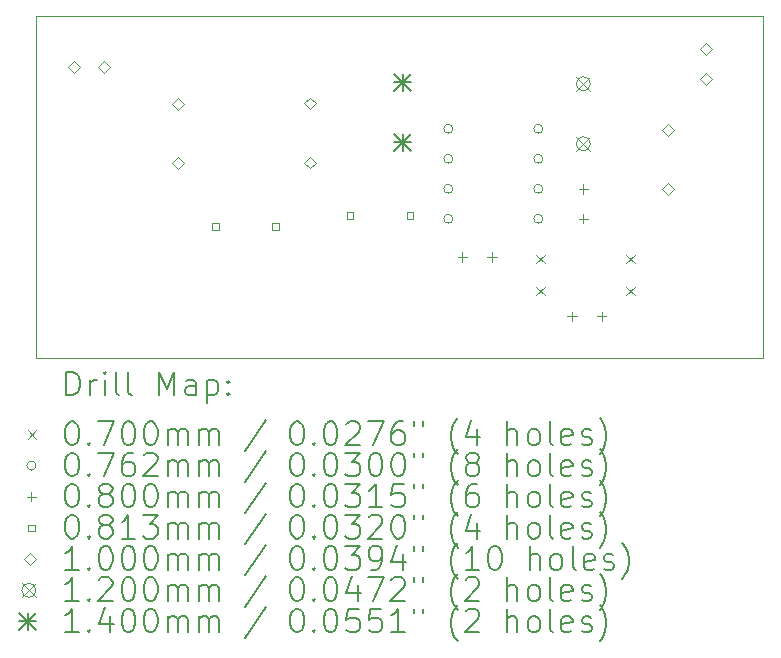
<source format=gbr>
%TF.GenerationSoftware,KiCad,Pcbnew,(6.0.8)*%
%TF.CreationDate,2022-11-19T23:43:07+04:00*%
%TF.ProjectId,MC34063_Buck,4d433334-3036-4335-9f42-75636b2e6b69,rev?*%
%TF.SameCoordinates,Original*%
%TF.FileFunction,Drillmap*%
%TF.FilePolarity,Positive*%
%FSLAX45Y45*%
G04 Gerber Fmt 4.5, Leading zero omitted, Abs format (unit mm)*
G04 Created by KiCad (PCBNEW (6.0.8)) date 2022-11-19 23:43:07*
%MOMM*%
%LPD*%
G01*
G04 APERTURE LIST*
%ADD10C,0.050000*%
%ADD11C,0.200000*%
%ADD12C,0.070000*%
%ADD13C,0.076200*%
%ADD14C,0.080000*%
%ADD15C,0.081280*%
%ADD16C,0.100000*%
%ADD17C,0.120000*%
%ADD18C,0.140000*%
G04 APERTURE END LIST*
D10*
X9700000Y-9400000D02*
X9700000Y-6500000D01*
X15850000Y-6500000D02*
X15850000Y-9400000D01*
X15850000Y-9400000D02*
X9700000Y-9400000D01*
X9700000Y-6500000D02*
X15850000Y-6500000D01*
D11*
D12*
X13935000Y-8524800D02*
X14005000Y-8594800D01*
X14005000Y-8524800D02*
X13935000Y-8594800D01*
X13935000Y-8791500D02*
X14005000Y-8861500D01*
X14005000Y-8791500D02*
X13935000Y-8861500D01*
X14697000Y-8524800D02*
X14767000Y-8594800D01*
X14767000Y-8524800D02*
X14697000Y-8594800D01*
X14697000Y-8791500D02*
X14767000Y-8861500D01*
X14767000Y-8791500D02*
X14697000Y-8861500D01*
D13*
X13227050Y-7454900D02*
G75*
G03*
X13227050Y-7454900I-38100J0D01*
G01*
X13227050Y-7708900D02*
G75*
G03*
X13227050Y-7708900I-38100J0D01*
G01*
X13227050Y-7962900D02*
G75*
G03*
X13227050Y-7962900I-38100J0D01*
G01*
X13227050Y-8216900D02*
G75*
G03*
X13227050Y-8216900I-38100J0D01*
G01*
X13989050Y-7454900D02*
G75*
G03*
X13989050Y-7454900I-38100J0D01*
G01*
X13989050Y-7708900D02*
G75*
G03*
X13989050Y-7708900I-38100J0D01*
G01*
X13989050Y-7962900D02*
G75*
G03*
X13989050Y-7962900I-38100J0D01*
G01*
X13989050Y-8216900D02*
G75*
G03*
X13989050Y-8216900I-38100J0D01*
G01*
D14*
X13307250Y-8500750D02*
X13307250Y-8580750D01*
X13267250Y-8540750D02*
X13347250Y-8540750D01*
X13557250Y-8500750D02*
X13557250Y-8580750D01*
X13517250Y-8540750D02*
X13597250Y-8540750D01*
X14236700Y-9002400D02*
X14236700Y-9082400D01*
X14196700Y-9042400D02*
X14276700Y-9042400D01*
X14331950Y-7926900D02*
X14331950Y-8006900D01*
X14291950Y-7966900D02*
X14371950Y-7966900D01*
X14331950Y-8176900D02*
X14331950Y-8256900D01*
X14291950Y-8216900D02*
X14371950Y-8216900D01*
X14486700Y-9002400D02*
X14486700Y-9082400D01*
X14446700Y-9042400D02*
X14526700Y-9042400D01*
D15*
X11249187Y-8309137D02*
X11249187Y-8251663D01*
X11191713Y-8251663D01*
X11191713Y-8309137D01*
X11249187Y-8309137D01*
X11757187Y-8309137D02*
X11757187Y-8251663D01*
X11699713Y-8251663D01*
X11699713Y-8309137D01*
X11757187Y-8309137D01*
X12385837Y-8220237D02*
X12385837Y-8162763D01*
X12328363Y-8162763D01*
X12328363Y-8220237D01*
X12385837Y-8220237D01*
X12893837Y-8220237D02*
X12893837Y-8162763D01*
X12836363Y-8162763D01*
X12836363Y-8220237D01*
X12893837Y-8220237D01*
D16*
X10017760Y-6984200D02*
X10067760Y-6934200D01*
X10017760Y-6884200D01*
X9967760Y-6934200D01*
X10017760Y-6984200D01*
X10271760Y-6984200D02*
X10321760Y-6934200D01*
X10271760Y-6884200D01*
X10221760Y-6934200D01*
X10271760Y-6984200D01*
X10902950Y-7297000D02*
X10952950Y-7247000D01*
X10902950Y-7197000D01*
X10852950Y-7247000D01*
X10902950Y-7297000D01*
X10902950Y-7797000D02*
X10952950Y-7747000D01*
X10902950Y-7697000D01*
X10852950Y-7747000D01*
X10902950Y-7797000D01*
X12014200Y-7290650D02*
X12064200Y-7240650D01*
X12014200Y-7190650D01*
X11964200Y-7240650D01*
X12014200Y-7290650D01*
X12014200Y-7790650D02*
X12064200Y-7740650D01*
X12014200Y-7690650D01*
X11964200Y-7740650D01*
X12014200Y-7790650D01*
X15049500Y-7512900D02*
X15099500Y-7462900D01*
X15049500Y-7412900D01*
X14999500Y-7462900D01*
X15049500Y-7512900D01*
X15049500Y-8012900D02*
X15099500Y-7962900D01*
X15049500Y-7912900D01*
X14999500Y-7962900D01*
X15049500Y-8012900D01*
X15367000Y-6831800D02*
X15417000Y-6781800D01*
X15367000Y-6731800D01*
X15317000Y-6781800D01*
X15367000Y-6831800D01*
X15367000Y-7085800D02*
X15417000Y-7035800D01*
X15367000Y-6985800D01*
X15317000Y-7035800D01*
X15367000Y-7085800D01*
D17*
X14271950Y-7013900D02*
X14391950Y-7133900D01*
X14391950Y-7013900D02*
X14271950Y-7133900D01*
X14391950Y-7073900D02*
G75*
G03*
X14391950Y-7073900I-60000J0D01*
G01*
X14271950Y-7521900D02*
X14391950Y-7641900D01*
X14391950Y-7521900D02*
X14271950Y-7641900D01*
X14391950Y-7581900D02*
G75*
G03*
X14391950Y-7581900I-60000J0D01*
G01*
D18*
X12731600Y-6991200D02*
X12871600Y-7131200D01*
X12871600Y-6991200D02*
X12731600Y-7131200D01*
X12801600Y-6991200D02*
X12801600Y-7131200D01*
X12731600Y-7061200D02*
X12871600Y-7061200D01*
X12731600Y-7499200D02*
X12871600Y-7639200D01*
X12871600Y-7499200D02*
X12731600Y-7639200D01*
X12801600Y-7499200D02*
X12801600Y-7639200D01*
X12731600Y-7569200D02*
X12871600Y-7569200D01*
D11*
X9955119Y-9712976D02*
X9955119Y-9512976D01*
X10002738Y-9512976D01*
X10031310Y-9522500D01*
X10050357Y-9541548D01*
X10059881Y-9560595D01*
X10069405Y-9598690D01*
X10069405Y-9627262D01*
X10059881Y-9665357D01*
X10050357Y-9684405D01*
X10031310Y-9703452D01*
X10002738Y-9712976D01*
X9955119Y-9712976D01*
X10155119Y-9712976D02*
X10155119Y-9579643D01*
X10155119Y-9617738D02*
X10164643Y-9598690D01*
X10174167Y-9589167D01*
X10193214Y-9579643D01*
X10212262Y-9579643D01*
X10278929Y-9712976D02*
X10278929Y-9579643D01*
X10278929Y-9512976D02*
X10269405Y-9522500D01*
X10278929Y-9532024D01*
X10288452Y-9522500D01*
X10278929Y-9512976D01*
X10278929Y-9532024D01*
X10402738Y-9712976D02*
X10383690Y-9703452D01*
X10374167Y-9684405D01*
X10374167Y-9512976D01*
X10507500Y-9712976D02*
X10488452Y-9703452D01*
X10478929Y-9684405D01*
X10478929Y-9512976D01*
X10736071Y-9712976D02*
X10736071Y-9512976D01*
X10802738Y-9655833D01*
X10869405Y-9512976D01*
X10869405Y-9712976D01*
X11050357Y-9712976D02*
X11050357Y-9608214D01*
X11040833Y-9589167D01*
X11021786Y-9579643D01*
X10983690Y-9579643D01*
X10964643Y-9589167D01*
X11050357Y-9703452D02*
X11031310Y-9712976D01*
X10983690Y-9712976D01*
X10964643Y-9703452D01*
X10955119Y-9684405D01*
X10955119Y-9665357D01*
X10964643Y-9646310D01*
X10983690Y-9636786D01*
X11031310Y-9636786D01*
X11050357Y-9627262D01*
X11145595Y-9579643D02*
X11145595Y-9779643D01*
X11145595Y-9589167D02*
X11164643Y-9579643D01*
X11202738Y-9579643D01*
X11221786Y-9589167D01*
X11231309Y-9598690D01*
X11240833Y-9617738D01*
X11240833Y-9674881D01*
X11231309Y-9693929D01*
X11221786Y-9703452D01*
X11202738Y-9712976D01*
X11164643Y-9712976D01*
X11145595Y-9703452D01*
X11326548Y-9693929D02*
X11336071Y-9703452D01*
X11326548Y-9712976D01*
X11317024Y-9703452D01*
X11326548Y-9693929D01*
X11326548Y-9712976D01*
X11326548Y-9589167D02*
X11336071Y-9598690D01*
X11326548Y-9608214D01*
X11317024Y-9598690D01*
X11326548Y-9589167D01*
X11326548Y-9608214D01*
D12*
X9627500Y-10007500D02*
X9697500Y-10077500D01*
X9697500Y-10007500D02*
X9627500Y-10077500D01*
D11*
X9993214Y-9932976D02*
X10012262Y-9932976D01*
X10031310Y-9942500D01*
X10040833Y-9952024D01*
X10050357Y-9971071D01*
X10059881Y-10009167D01*
X10059881Y-10056786D01*
X10050357Y-10094881D01*
X10040833Y-10113929D01*
X10031310Y-10123452D01*
X10012262Y-10132976D01*
X9993214Y-10132976D01*
X9974167Y-10123452D01*
X9964643Y-10113929D01*
X9955119Y-10094881D01*
X9945595Y-10056786D01*
X9945595Y-10009167D01*
X9955119Y-9971071D01*
X9964643Y-9952024D01*
X9974167Y-9942500D01*
X9993214Y-9932976D01*
X10145595Y-10113929D02*
X10155119Y-10123452D01*
X10145595Y-10132976D01*
X10136071Y-10123452D01*
X10145595Y-10113929D01*
X10145595Y-10132976D01*
X10221786Y-9932976D02*
X10355119Y-9932976D01*
X10269405Y-10132976D01*
X10469405Y-9932976D02*
X10488452Y-9932976D01*
X10507500Y-9942500D01*
X10517024Y-9952024D01*
X10526548Y-9971071D01*
X10536071Y-10009167D01*
X10536071Y-10056786D01*
X10526548Y-10094881D01*
X10517024Y-10113929D01*
X10507500Y-10123452D01*
X10488452Y-10132976D01*
X10469405Y-10132976D01*
X10450357Y-10123452D01*
X10440833Y-10113929D01*
X10431310Y-10094881D01*
X10421786Y-10056786D01*
X10421786Y-10009167D01*
X10431310Y-9971071D01*
X10440833Y-9952024D01*
X10450357Y-9942500D01*
X10469405Y-9932976D01*
X10659881Y-9932976D02*
X10678929Y-9932976D01*
X10697976Y-9942500D01*
X10707500Y-9952024D01*
X10717024Y-9971071D01*
X10726548Y-10009167D01*
X10726548Y-10056786D01*
X10717024Y-10094881D01*
X10707500Y-10113929D01*
X10697976Y-10123452D01*
X10678929Y-10132976D01*
X10659881Y-10132976D01*
X10640833Y-10123452D01*
X10631310Y-10113929D01*
X10621786Y-10094881D01*
X10612262Y-10056786D01*
X10612262Y-10009167D01*
X10621786Y-9971071D01*
X10631310Y-9952024D01*
X10640833Y-9942500D01*
X10659881Y-9932976D01*
X10812262Y-10132976D02*
X10812262Y-9999643D01*
X10812262Y-10018690D02*
X10821786Y-10009167D01*
X10840833Y-9999643D01*
X10869405Y-9999643D01*
X10888452Y-10009167D01*
X10897976Y-10028214D01*
X10897976Y-10132976D01*
X10897976Y-10028214D02*
X10907500Y-10009167D01*
X10926548Y-9999643D01*
X10955119Y-9999643D01*
X10974167Y-10009167D01*
X10983690Y-10028214D01*
X10983690Y-10132976D01*
X11078929Y-10132976D02*
X11078929Y-9999643D01*
X11078929Y-10018690D02*
X11088452Y-10009167D01*
X11107500Y-9999643D01*
X11136071Y-9999643D01*
X11155119Y-10009167D01*
X11164643Y-10028214D01*
X11164643Y-10132976D01*
X11164643Y-10028214D02*
X11174167Y-10009167D01*
X11193214Y-9999643D01*
X11221786Y-9999643D01*
X11240833Y-10009167D01*
X11250357Y-10028214D01*
X11250357Y-10132976D01*
X11640833Y-9923452D02*
X11469405Y-10180595D01*
X11897976Y-9932976D02*
X11917024Y-9932976D01*
X11936071Y-9942500D01*
X11945595Y-9952024D01*
X11955119Y-9971071D01*
X11964643Y-10009167D01*
X11964643Y-10056786D01*
X11955119Y-10094881D01*
X11945595Y-10113929D01*
X11936071Y-10123452D01*
X11917024Y-10132976D01*
X11897976Y-10132976D01*
X11878928Y-10123452D01*
X11869405Y-10113929D01*
X11859881Y-10094881D01*
X11850357Y-10056786D01*
X11850357Y-10009167D01*
X11859881Y-9971071D01*
X11869405Y-9952024D01*
X11878928Y-9942500D01*
X11897976Y-9932976D01*
X12050357Y-10113929D02*
X12059881Y-10123452D01*
X12050357Y-10132976D01*
X12040833Y-10123452D01*
X12050357Y-10113929D01*
X12050357Y-10132976D01*
X12183690Y-9932976D02*
X12202738Y-9932976D01*
X12221786Y-9942500D01*
X12231309Y-9952024D01*
X12240833Y-9971071D01*
X12250357Y-10009167D01*
X12250357Y-10056786D01*
X12240833Y-10094881D01*
X12231309Y-10113929D01*
X12221786Y-10123452D01*
X12202738Y-10132976D01*
X12183690Y-10132976D01*
X12164643Y-10123452D01*
X12155119Y-10113929D01*
X12145595Y-10094881D01*
X12136071Y-10056786D01*
X12136071Y-10009167D01*
X12145595Y-9971071D01*
X12155119Y-9952024D01*
X12164643Y-9942500D01*
X12183690Y-9932976D01*
X12326548Y-9952024D02*
X12336071Y-9942500D01*
X12355119Y-9932976D01*
X12402738Y-9932976D01*
X12421786Y-9942500D01*
X12431309Y-9952024D01*
X12440833Y-9971071D01*
X12440833Y-9990119D01*
X12431309Y-10018690D01*
X12317024Y-10132976D01*
X12440833Y-10132976D01*
X12507500Y-9932976D02*
X12640833Y-9932976D01*
X12555119Y-10132976D01*
X12802738Y-9932976D02*
X12764643Y-9932976D01*
X12745595Y-9942500D01*
X12736071Y-9952024D01*
X12717024Y-9980595D01*
X12707500Y-10018690D01*
X12707500Y-10094881D01*
X12717024Y-10113929D01*
X12726548Y-10123452D01*
X12745595Y-10132976D01*
X12783690Y-10132976D01*
X12802738Y-10123452D01*
X12812262Y-10113929D01*
X12821786Y-10094881D01*
X12821786Y-10047262D01*
X12812262Y-10028214D01*
X12802738Y-10018690D01*
X12783690Y-10009167D01*
X12745595Y-10009167D01*
X12726548Y-10018690D01*
X12717024Y-10028214D01*
X12707500Y-10047262D01*
X12897976Y-9932976D02*
X12897976Y-9971071D01*
X12974167Y-9932976D02*
X12974167Y-9971071D01*
X13269405Y-10209167D02*
X13259881Y-10199643D01*
X13240833Y-10171071D01*
X13231309Y-10152024D01*
X13221786Y-10123452D01*
X13212262Y-10075833D01*
X13212262Y-10037738D01*
X13221786Y-9990119D01*
X13231309Y-9961548D01*
X13240833Y-9942500D01*
X13259881Y-9913929D01*
X13269405Y-9904405D01*
X13431309Y-9999643D02*
X13431309Y-10132976D01*
X13383690Y-9923452D02*
X13336071Y-10066310D01*
X13459881Y-10066310D01*
X13688452Y-10132976D02*
X13688452Y-9932976D01*
X13774167Y-10132976D02*
X13774167Y-10028214D01*
X13764643Y-10009167D01*
X13745595Y-9999643D01*
X13717024Y-9999643D01*
X13697976Y-10009167D01*
X13688452Y-10018690D01*
X13897976Y-10132976D02*
X13878928Y-10123452D01*
X13869405Y-10113929D01*
X13859881Y-10094881D01*
X13859881Y-10037738D01*
X13869405Y-10018690D01*
X13878928Y-10009167D01*
X13897976Y-9999643D01*
X13926548Y-9999643D01*
X13945595Y-10009167D01*
X13955119Y-10018690D01*
X13964643Y-10037738D01*
X13964643Y-10094881D01*
X13955119Y-10113929D01*
X13945595Y-10123452D01*
X13926548Y-10132976D01*
X13897976Y-10132976D01*
X14078928Y-10132976D02*
X14059881Y-10123452D01*
X14050357Y-10104405D01*
X14050357Y-9932976D01*
X14231309Y-10123452D02*
X14212262Y-10132976D01*
X14174167Y-10132976D01*
X14155119Y-10123452D01*
X14145595Y-10104405D01*
X14145595Y-10028214D01*
X14155119Y-10009167D01*
X14174167Y-9999643D01*
X14212262Y-9999643D01*
X14231309Y-10009167D01*
X14240833Y-10028214D01*
X14240833Y-10047262D01*
X14145595Y-10066310D01*
X14317024Y-10123452D02*
X14336071Y-10132976D01*
X14374167Y-10132976D01*
X14393214Y-10123452D01*
X14402738Y-10104405D01*
X14402738Y-10094881D01*
X14393214Y-10075833D01*
X14374167Y-10066310D01*
X14345595Y-10066310D01*
X14326548Y-10056786D01*
X14317024Y-10037738D01*
X14317024Y-10028214D01*
X14326548Y-10009167D01*
X14345595Y-9999643D01*
X14374167Y-9999643D01*
X14393214Y-10009167D01*
X14469405Y-10209167D02*
X14478928Y-10199643D01*
X14497976Y-10171071D01*
X14507500Y-10152024D01*
X14517024Y-10123452D01*
X14526548Y-10075833D01*
X14526548Y-10037738D01*
X14517024Y-9990119D01*
X14507500Y-9961548D01*
X14497976Y-9942500D01*
X14478928Y-9913929D01*
X14469405Y-9904405D01*
D13*
X9697500Y-10306500D02*
G75*
G03*
X9697500Y-10306500I-38100J0D01*
G01*
D11*
X9993214Y-10196976D02*
X10012262Y-10196976D01*
X10031310Y-10206500D01*
X10040833Y-10216024D01*
X10050357Y-10235071D01*
X10059881Y-10273167D01*
X10059881Y-10320786D01*
X10050357Y-10358881D01*
X10040833Y-10377929D01*
X10031310Y-10387452D01*
X10012262Y-10396976D01*
X9993214Y-10396976D01*
X9974167Y-10387452D01*
X9964643Y-10377929D01*
X9955119Y-10358881D01*
X9945595Y-10320786D01*
X9945595Y-10273167D01*
X9955119Y-10235071D01*
X9964643Y-10216024D01*
X9974167Y-10206500D01*
X9993214Y-10196976D01*
X10145595Y-10377929D02*
X10155119Y-10387452D01*
X10145595Y-10396976D01*
X10136071Y-10387452D01*
X10145595Y-10377929D01*
X10145595Y-10396976D01*
X10221786Y-10196976D02*
X10355119Y-10196976D01*
X10269405Y-10396976D01*
X10517024Y-10196976D02*
X10478929Y-10196976D01*
X10459881Y-10206500D01*
X10450357Y-10216024D01*
X10431310Y-10244595D01*
X10421786Y-10282690D01*
X10421786Y-10358881D01*
X10431310Y-10377929D01*
X10440833Y-10387452D01*
X10459881Y-10396976D01*
X10497976Y-10396976D01*
X10517024Y-10387452D01*
X10526548Y-10377929D01*
X10536071Y-10358881D01*
X10536071Y-10311262D01*
X10526548Y-10292214D01*
X10517024Y-10282690D01*
X10497976Y-10273167D01*
X10459881Y-10273167D01*
X10440833Y-10282690D01*
X10431310Y-10292214D01*
X10421786Y-10311262D01*
X10612262Y-10216024D02*
X10621786Y-10206500D01*
X10640833Y-10196976D01*
X10688452Y-10196976D01*
X10707500Y-10206500D01*
X10717024Y-10216024D01*
X10726548Y-10235071D01*
X10726548Y-10254119D01*
X10717024Y-10282690D01*
X10602738Y-10396976D01*
X10726548Y-10396976D01*
X10812262Y-10396976D02*
X10812262Y-10263643D01*
X10812262Y-10282690D02*
X10821786Y-10273167D01*
X10840833Y-10263643D01*
X10869405Y-10263643D01*
X10888452Y-10273167D01*
X10897976Y-10292214D01*
X10897976Y-10396976D01*
X10897976Y-10292214D02*
X10907500Y-10273167D01*
X10926548Y-10263643D01*
X10955119Y-10263643D01*
X10974167Y-10273167D01*
X10983690Y-10292214D01*
X10983690Y-10396976D01*
X11078929Y-10396976D02*
X11078929Y-10263643D01*
X11078929Y-10282690D02*
X11088452Y-10273167D01*
X11107500Y-10263643D01*
X11136071Y-10263643D01*
X11155119Y-10273167D01*
X11164643Y-10292214D01*
X11164643Y-10396976D01*
X11164643Y-10292214D02*
X11174167Y-10273167D01*
X11193214Y-10263643D01*
X11221786Y-10263643D01*
X11240833Y-10273167D01*
X11250357Y-10292214D01*
X11250357Y-10396976D01*
X11640833Y-10187452D02*
X11469405Y-10444595D01*
X11897976Y-10196976D02*
X11917024Y-10196976D01*
X11936071Y-10206500D01*
X11945595Y-10216024D01*
X11955119Y-10235071D01*
X11964643Y-10273167D01*
X11964643Y-10320786D01*
X11955119Y-10358881D01*
X11945595Y-10377929D01*
X11936071Y-10387452D01*
X11917024Y-10396976D01*
X11897976Y-10396976D01*
X11878928Y-10387452D01*
X11869405Y-10377929D01*
X11859881Y-10358881D01*
X11850357Y-10320786D01*
X11850357Y-10273167D01*
X11859881Y-10235071D01*
X11869405Y-10216024D01*
X11878928Y-10206500D01*
X11897976Y-10196976D01*
X12050357Y-10377929D02*
X12059881Y-10387452D01*
X12050357Y-10396976D01*
X12040833Y-10387452D01*
X12050357Y-10377929D01*
X12050357Y-10396976D01*
X12183690Y-10196976D02*
X12202738Y-10196976D01*
X12221786Y-10206500D01*
X12231309Y-10216024D01*
X12240833Y-10235071D01*
X12250357Y-10273167D01*
X12250357Y-10320786D01*
X12240833Y-10358881D01*
X12231309Y-10377929D01*
X12221786Y-10387452D01*
X12202738Y-10396976D01*
X12183690Y-10396976D01*
X12164643Y-10387452D01*
X12155119Y-10377929D01*
X12145595Y-10358881D01*
X12136071Y-10320786D01*
X12136071Y-10273167D01*
X12145595Y-10235071D01*
X12155119Y-10216024D01*
X12164643Y-10206500D01*
X12183690Y-10196976D01*
X12317024Y-10196976D02*
X12440833Y-10196976D01*
X12374167Y-10273167D01*
X12402738Y-10273167D01*
X12421786Y-10282690D01*
X12431309Y-10292214D01*
X12440833Y-10311262D01*
X12440833Y-10358881D01*
X12431309Y-10377929D01*
X12421786Y-10387452D01*
X12402738Y-10396976D01*
X12345595Y-10396976D01*
X12326548Y-10387452D01*
X12317024Y-10377929D01*
X12564643Y-10196976D02*
X12583690Y-10196976D01*
X12602738Y-10206500D01*
X12612262Y-10216024D01*
X12621786Y-10235071D01*
X12631309Y-10273167D01*
X12631309Y-10320786D01*
X12621786Y-10358881D01*
X12612262Y-10377929D01*
X12602738Y-10387452D01*
X12583690Y-10396976D01*
X12564643Y-10396976D01*
X12545595Y-10387452D01*
X12536071Y-10377929D01*
X12526548Y-10358881D01*
X12517024Y-10320786D01*
X12517024Y-10273167D01*
X12526548Y-10235071D01*
X12536071Y-10216024D01*
X12545595Y-10206500D01*
X12564643Y-10196976D01*
X12755119Y-10196976D02*
X12774167Y-10196976D01*
X12793214Y-10206500D01*
X12802738Y-10216024D01*
X12812262Y-10235071D01*
X12821786Y-10273167D01*
X12821786Y-10320786D01*
X12812262Y-10358881D01*
X12802738Y-10377929D01*
X12793214Y-10387452D01*
X12774167Y-10396976D01*
X12755119Y-10396976D01*
X12736071Y-10387452D01*
X12726548Y-10377929D01*
X12717024Y-10358881D01*
X12707500Y-10320786D01*
X12707500Y-10273167D01*
X12717024Y-10235071D01*
X12726548Y-10216024D01*
X12736071Y-10206500D01*
X12755119Y-10196976D01*
X12897976Y-10196976D02*
X12897976Y-10235071D01*
X12974167Y-10196976D02*
X12974167Y-10235071D01*
X13269405Y-10473167D02*
X13259881Y-10463643D01*
X13240833Y-10435071D01*
X13231309Y-10416024D01*
X13221786Y-10387452D01*
X13212262Y-10339833D01*
X13212262Y-10301738D01*
X13221786Y-10254119D01*
X13231309Y-10225548D01*
X13240833Y-10206500D01*
X13259881Y-10177929D01*
X13269405Y-10168405D01*
X13374167Y-10282690D02*
X13355119Y-10273167D01*
X13345595Y-10263643D01*
X13336071Y-10244595D01*
X13336071Y-10235071D01*
X13345595Y-10216024D01*
X13355119Y-10206500D01*
X13374167Y-10196976D01*
X13412262Y-10196976D01*
X13431309Y-10206500D01*
X13440833Y-10216024D01*
X13450357Y-10235071D01*
X13450357Y-10244595D01*
X13440833Y-10263643D01*
X13431309Y-10273167D01*
X13412262Y-10282690D01*
X13374167Y-10282690D01*
X13355119Y-10292214D01*
X13345595Y-10301738D01*
X13336071Y-10320786D01*
X13336071Y-10358881D01*
X13345595Y-10377929D01*
X13355119Y-10387452D01*
X13374167Y-10396976D01*
X13412262Y-10396976D01*
X13431309Y-10387452D01*
X13440833Y-10377929D01*
X13450357Y-10358881D01*
X13450357Y-10320786D01*
X13440833Y-10301738D01*
X13431309Y-10292214D01*
X13412262Y-10282690D01*
X13688452Y-10396976D02*
X13688452Y-10196976D01*
X13774167Y-10396976D02*
X13774167Y-10292214D01*
X13764643Y-10273167D01*
X13745595Y-10263643D01*
X13717024Y-10263643D01*
X13697976Y-10273167D01*
X13688452Y-10282690D01*
X13897976Y-10396976D02*
X13878928Y-10387452D01*
X13869405Y-10377929D01*
X13859881Y-10358881D01*
X13859881Y-10301738D01*
X13869405Y-10282690D01*
X13878928Y-10273167D01*
X13897976Y-10263643D01*
X13926548Y-10263643D01*
X13945595Y-10273167D01*
X13955119Y-10282690D01*
X13964643Y-10301738D01*
X13964643Y-10358881D01*
X13955119Y-10377929D01*
X13945595Y-10387452D01*
X13926548Y-10396976D01*
X13897976Y-10396976D01*
X14078928Y-10396976D02*
X14059881Y-10387452D01*
X14050357Y-10368405D01*
X14050357Y-10196976D01*
X14231309Y-10387452D02*
X14212262Y-10396976D01*
X14174167Y-10396976D01*
X14155119Y-10387452D01*
X14145595Y-10368405D01*
X14145595Y-10292214D01*
X14155119Y-10273167D01*
X14174167Y-10263643D01*
X14212262Y-10263643D01*
X14231309Y-10273167D01*
X14240833Y-10292214D01*
X14240833Y-10311262D01*
X14145595Y-10330310D01*
X14317024Y-10387452D02*
X14336071Y-10396976D01*
X14374167Y-10396976D01*
X14393214Y-10387452D01*
X14402738Y-10368405D01*
X14402738Y-10358881D01*
X14393214Y-10339833D01*
X14374167Y-10330310D01*
X14345595Y-10330310D01*
X14326548Y-10320786D01*
X14317024Y-10301738D01*
X14317024Y-10292214D01*
X14326548Y-10273167D01*
X14345595Y-10263643D01*
X14374167Y-10263643D01*
X14393214Y-10273167D01*
X14469405Y-10473167D02*
X14478928Y-10463643D01*
X14497976Y-10435071D01*
X14507500Y-10416024D01*
X14517024Y-10387452D01*
X14526548Y-10339833D01*
X14526548Y-10301738D01*
X14517024Y-10254119D01*
X14507500Y-10225548D01*
X14497976Y-10206500D01*
X14478928Y-10177929D01*
X14469405Y-10168405D01*
D14*
X9657500Y-10530500D02*
X9657500Y-10610500D01*
X9617500Y-10570500D02*
X9697500Y-10570500D01*
D11*
X9993214Y-10460976D02*
X10012262Y-10460976D01*
X10031310Y-10470500D01*
X10040833Y-10480024D01*
X10050357Y-10499071D01*
X10059881Y-10537167D01*
X10059881Y-10584786D01*
X10050357Y-10622881D01*
X10040833Y-10641929D01*
X10031310Y-10651452D01*
X10012262Y-10660976D01*
X9993214Y-10660976D01*
X9974167Y-10651452D01*
X9964643Y-10641929D01*
X9955119Y-10622881D01*
X9945595Y-10584786D01*
X9945595Y-10537167D01*
X9955119Y-10499071D01*
X9964643Y-10480024D01*
X9974167Y-10470500D01*
X9993214Y-10460976D01*
X10145595Y-10641929D02*
X10155119Y-10651452D01*
X10145595Y-10660976D01*
X10136071Y-10651452D01*
X10145595Y-10641929D01*
X10145595Y-10660976D01*
X10269405Y-10546690D02*
X10250357Y-10537167D01*
X10240833Y-10527643D01*
X10231310Y-10508595D01*
X10231310Y-10499071D01*
X10240833Y-10480024D01*
X10250357Y-10470500D01*
X10269405Y-10460976D01*
X10307500Y-10460976D01*
X10326548Y-10470500D01*
X10336071Y-10480024D01*
X10345595Y-10499071D01*
X10345595Y-10508595D01*
X10336071Y-10527643D01*
X10326548Y-10537167D01*
X10307500Y-10546690D01*
X10269405Y-10546690D01*
X10250357Y-10556214D01*
X10240833Y-10565738D01*
X10231310Y-10584786D01*
X10231310Y-10622881D01*
X10240833Y-10641929D01*
X10250357Y-10651452D01*
X10269405Y-10660976D01*
X10307500Y-10660976D01*
X10326548Y-10651452D01*
X10336071Y-10641929D01*
X10345595Y-10622881D01*
X10345595Y-10584786D01*
X10336071Y-10565738D01*
X10326548Y-10556214D01*
X10307500Y-10546690D01*
X10469405Y-10460976D02*
X10488452Y-10460976D01*
X10507500Y-10470500D01*
X10517024Y-10480024D01*
X10526548Y-10499071D01*
X10536071Y-10537167D01*
X10536071Y-10584786D01*
X10526548Y-10622881D01*
X10517024Y-10641929D01*
X10507500Y-10651452D01*
X10488452Y-10660976D01*
X10469405Y-10660976D01*
X10450357Y-10651452D01*
X10440833Y-10641929D01*
X10431310Y-10622881D01*
X10421786Y-10584786D01*
X10421786Y-10537167D01*
X10431310Y-10499071D01*
X10440833Y-10480024D01*
X10450357Y-10470500D01*
X10469405Y-10460976D01*
X10659881Y-10460976D02*
X10678929Y-10460976D01*
X10697976Y-10470500D01*
X10707500Y-10480024D01*
X10717024Y-10499071D01*
X10726548Y-10537167D01*
X10726548Y-10584786D01*
X10717024Y-10622881D01*
X10707500Y-10641929D01*
X10697976Y-10651452D01*
X10678929Y-10660976D01*
X10659881Y-10660976D01*
X10640833Y-10651452D01*
X10631310Y-10641929D01*
X10621786Y-10622881D01*
X10612262Y-10584786D01*
X10612262Y-10537167D01*
X10621786Y-10499071D01*
X10631310Y-10480024D01*
X10640833Y-10470500D01*
X10659881Y-10460976D01*
X10812262Y-10660976D02*
X10812262Y-10527643D01*
X10812262Y-10546690D02*
X10821786Y-10537167D01*
X10840833Y-10527643D01*
X10869405Y-10527643D01*
X10888452Y-10537167D01*
X10897976Y-10556214D01*
X10897976Y-10660976D01*
X10897976Y-10556214D02*
X10907500Y-10537167D01*
X10926548Y-10527643D01*
X10955119Y-10527643D01*
X10974167Y-10537167D01*
X10983690Y-10556214D01*
X10983690Y-10660976D01*
X11078929Y-10660976D02*
X11078929Y-10527643D01*
X11078929Y-10546690D02*
X11088452Y-10537167D01*
X11107500Y-10527643D01*
X11136071Y-10527643D01*
X11155119Y-10537167D01*
X11164643Y-10556214D01*
X11164643Y-10660976D01*
X11164643Y-10556214D02*
X11174167Y-10537167D01*
X11193214Y-10527643D01*
X11221786Y-10527643D01*
X11240833Y-10537167D01*
X11250357Y-10556214D01*
X11250357Y-10660976D01*
X11640833Y-10451452D02*
X11469405Y-10708595D01*
X11897976Y-10460976D02*
X11917024Y-10460976D01*
X11936071Y-10470500D01*
X11945595Y-10480024D01*
X11955119Y-10499071D01*
X11964643Y-10537167D01*
X11964643Y-10584786D01*
X11955119Y-10622881D01*
X11945595Y-10641929D01*
X11936071Y-10651452D01*
X11917024Y-10660976D01*
X11897976Y-10660976D01*
X11878928Y-10651452D01*
X11869405Y-10641929D01*
X11859881Y-10622881D01*
X11850357Y-10584786D01*
X11850357Y-10537167D01*
X11859881Y-10499071D01*
X11869405Y-10480024D01*
X11878928Y-10470500D01*
X11897976Y-10460976D01*
X12050357Y-10641929D02*
X12059881Y-10651452D01*
X12050357Y-10660976D01*
X12040833Y-10651452D01*
X12050357Y-10641929D01*
X12050357Y-10660976D01*
X12183690Y-10460976D02*
X12202738Y-10460976D01*
X12221786Y-10470500D01*
X12231309Y-10480024D01*
X12240833Y-10499071D01*
X12250357Y-10537167D01*
X12250357Y-10584786D01*
X12240833Y-10622881D01*
X12231309Y-10641929D01*
X12221786Y-10651452D01*
X12202738Y-10660976D01*
X12183690Y-10660976D01*
X12164643Y-10651452D01*
X12155119Y-10641929D01*
X12145595Y-10622881D01*
X12136071Y-10584786D01*
X12136071Y-10537167D01*
X12145595Y-10499071D01*
X12155119Y-10480024D01*
X12164643Y-10470500D01*
X12183690Y-10460976D01*
X12317024Y-10460976D02*
X12440833Y-10460976D01*
X12374167Y-10537167D01*
X12402738Y-10537167D01*
X12421786Y-10546690D01*
X12431309Y-10556214D01*
X12440833Y-10575262D01*
X12440833Y-10622881D01*
X12431309Y-10641929D01*
X12421786Y-10651452D01*
X12402738Y-10660976D01*
X12345595Y-10660976D01*
X12326548Y-10651452D01*
X12317024Y-10641929D01*
X12631309Y-10660976D02*
X12517024Y-10660976D01*
X12574167Y-10660976D02*
X12574167Y-10460976D01*
X12555119Y-10489548D01*
X12536071Y-10508595D01*
X12517024Y-10518119D01*
X12812262Y-10460976D02*
X12717024Y-10460976D01*
X12707500Y-10556214D01*
X12717024Y-10546690D01*
X12736071Y-10537167D01*
X12783690Y-10537167D01*
X12802738Y-10546690D01*
X12812262Y-10556214D01*
X12821786Y-10575262D01*
X12821786Y-10622881D01*
X12812262Y-10641929D01*
X12802738Y-10651452D01*
X12783690Y-10660976D01*
X12736071Y-10660976D01*
X12717024Y-10651452D01*
X12707500Y-10641929D01*
X12897976Y-10460976D02*
X12897976Y-10499071D01*
X12974167Y-10460976D02*
X12974167Y-10499071D01*
X13269405Y-10737167D02*
X13259881Y-10727643D01*
X13240833Y-10699071D01*
X13231309Y-10680024D01*
X13221786Y-10651452D01*
X13212262Y-10603833D01*
X13212262Y-10565738D01*
X13221786Y-10518119D01*
X13231309Y-10489548D01*
X13240833Y-10470500D01*
X13259881Y-10441929D01*
X13269405Y-10432405D01*
X13431309Y-10460976D02*
X13393214Y-10460976D01*
X13374167Y-10470500D01*
X13364643Y-10480024D01*
X13345595Y-10508595D01*
X13336071Y-10546690D01*
X13336071Y-10622881D01*
X13345595Y-10641929D01*
X13355119Y-10651452D01*
X13374167Y-10660976D01*
X13412262Y-10660976D01*
X13431309Y-10651452D01*
X13440833Y-10641929D01*
X13450357Y-10622881D01*
X13450357Y-10575262D01*
X13440833Y-10556214D01*
X13431309Y-10546690D01*
X13412262Y-10537167D01*
X13374167Y-10537167D01*
X13355119Y-10546690D01*
X13345595Y-10556214D01*
X13336071Y-10575262D01*
X13688452Y-10660976D02*
X13688452Y-10460976D01*
X13774167Y-10660976D02*
X13774167Y-10556214D01*
X13764643Y-10537167D01*
X13745595Y-10527643D01*
X13717024Y-10527643D01*
X13697976Y-10537167D01*
X13688452Y-10546690D01*
X13897976Y-10660976D02*
X13878928Y-10651452D01*
X13869405Y-10641929D01*
X13859881Y-10622881D01*
X13859881Y-10565738D01*
X13869405Y-10546690D01*
X13878928Y-10537167D01*
X13897976Y-10527643D01*
X13926548Y-10527643D01*
X13945595Y-10537167D01*
X13955119Y-10546690D01*
X13964643Y-10565738D01*
X13964643Y-10622881D01*
X13955119Y-10641929D01*
X13945595Y-10651452D01*
X13926548Y-10660976D01*
X13897976Y-10660976D01*
X14078928Y-10660976D02*
X14059881Y-10651452D01*
X14050357Y-10632405D01*
X14050357Y-10460976D01*
X14231309Y-10651452D02*
X14212262Y-10660976D01*
X14174167Y-10660976D01*
X14155119Y-10651452D01*
X14145595Y-10632405D01*
X14145595Y-10556214D01*
X14155119Y-10537167D01*
X14174167Y-10527643D01*
X14212262Y-10527643D01*
X14231309Y-10537167D01*
X14240833Y-10556214D01*
X14240833Y-10575262D01*
X14145595Y-10594310D01*
X14317024Y-10651452D02*
X14336071Y-10660976D01*
X14374167Y-10660976D01*
X14393214Y-10651452D01*
X14402738Y-10632405D01*
X14402738Y-10622881D01*
X14393214Y-10603833D01*
X14374167Y-10594310D01*
X14345595Y-10594310D01*
X14326548Y-10584786D01*
X14317024Y-10565738D01*
X14317024Y-10556214D01*
X14326548Y-10537167D01*
X14345595Y-10527643D01*
X14374167Y-10527643D01*
X14393214Y-10537167D01*
X14469405Y-10737167D02*
X14478928Y-10727643D01*
X14497976Y-10699071D01*
X14507500Y-10680024D01*
X14517024Y-10651452D01*
X14526548Y-10603833D01*
X14526548Y-10565738D01*
X14517024Y-10518119D01*
X14507500Y-10489548D01*
X14497976Y-10470500D01*
X14478928Y-10441929D01*
X14469405Y-10432405D01*
D15*
X9685597Y-10863237D02*
X9685597Y-10805763D01*
X9628123Y-10805763D01*
X9628123Y-10863237D01*
X9685597Y-10863237D01*
D11*
X9993214Y-10724976D02*
X10012262Y-10724976D01*
X10031310Y-10734500D01*
X10040833Y-10744024D01*
X10050357Y-10763071D01*
X10059881Y-10801167D01*
X10059881Y-10848786D01*
X10050357Y-10886881D01*
X10040833Y-10905929D01*
X10031310Y-10915452D01*
X10012262Y-10924976D01*
X9993214Y-10924976D01*
X9974167Y-10915452D01*
X9964643Y-10905929D01*
X9955119Y-10886881D01*
X9945595Y-10848786D01*
X9945595Y-10801167D01*
X9955119Y-10763071D01*
X9964643Y-10744024D01*
X9974167Y-10734500D01*
X9993214Y-10724976D01*
X10145595Y-10905929D02*
X10155119Y-10915452D01*
X10145595Y-10924976D01*
X10136071Y-10915452D01*
X10145595Y-10905929D01*
X10145595Y-10924976D01*
X10269405Y-10810690D02*
X10250357Y-10801167D01*
X10240833Y-10791643D01*
X10231310Y-10772595D01*
X10231310Y-10763071D01*
X10240833Y-10744024D01*
X10250357Y-10734500D01*
X10269405Y-10724976D01*
X10307500Y-10724976D01*
X10326548Y-10734500D01*
X10336071Y-10744024D01*
X10345595Y-10763071D01*
X10345595Y-10772595D01*
X10336071Y-10791643D01*
X10326548Y-10801167D01*
X10307500Y-10810690D01*
X10269405Y-10810690D01*
X10250357Y-10820214D01*
X10240833Y-10829738D01*
X10231310Y-10848786D01*
X10231310Y-10886881D01*
X10240833Y-10905929D01*
X10250357Y-10915452D01*
X10269405Y-10924976D01*
X10307500Y-10924976D01*
X10326548Y-10915452D01*
X10336071Y-10905929D01*
X10345595Y-10886881D01*
X10345595Y-10848786D01*
X10336071Y-10829738D01*
X10326548Y-10820214D01*
X10307500Y-10810690D01*
X10536071Y-10924976D02*
X10421786Y-10924976D01*
X10478929Y-10924976D02*
X10478929Y-10724976D01*
X10459881Y-10753548D01*
X10440833Y-10772595D01*
X10421786Y-10782119D01*
X10602738Y-10724976D02*
X10726548Y-10724976D01*
X10659881Y-10801167D01*
X10688452Y-10801167D01*
X10707500Y-10810690D01*
X10717024Y-10820214D01*
X10726548Y-10839262D01*
X10726548Y-10886881D01*
X10717024Y-10905929D01*
X10707500Y-10915452D01*
X10688452Y-10924976D01*
X10631310Y-10924976D01*
X10612262Y-10915452D01*
X10602738Y-10905929D01*
X10812262Y-10924976D02*
X10812262Y-10791643D01*
X10812262Y-10810690D02*
X10821786Y-10801167D01*
X10840833Y-10791643D01*
X10869405Y-10791643D01*
X10888452Y-10801167D01*
X10897976Y-10820214D01*
X10897976Y-10924976D01*
X10897976Y-10820214D02*
X10907500Y-10801167D01*
X10926548Y-10791643D01*
X10955119Y-10791643D01*
X10974167Y-10801167D01*
X10983690Y-10820214D01*
X10983690Y-10924976D01*
X11078929Y-10924976D02*
X11078929Y-10791643D01*
X11078929Y-10810690D02*
X11088452Y-10801167D01*
X11107500Y-10791643D01*
X11136071Y-10791643D01*
X11155119Y-10801167D01*
X11164643Y-10820214D01*
X11164643Y-10924976D01*
X11164643Y-10820214D02*
X11174167Y-10801167D01*
X11193214Y-10791643D01*
X11221786Y-10791643D01*
X11240833Y-10801167D01*
X11250357Y-10820214D01*
X11250357Y-10924976D01*
X11640833Y-10715452D02*
X11469405Y-10972595D01*
X11897976Y-10724976D02*
X11917024Y-10724976D01*
X11936071Y-10734500D01*
X11945595Y-10744024D01*
X11955119Y-10763071D01*
X11964643Y-10801167D01*
X11964643Y-10848786D01*
X11955119Y-10886881D01*
X11945595Y-10905929D01*
X11936071Y-10915452D01*
X11917024Y-10924976D01*
X11897976Y-10924976D01*
X11878928Y-10915452D01*
X11869405Y-10905929D01*
X11859881Y-10886881D01*
X11850357Y-10848786D01*
X11850357Y-10801167D01*
X11859881Y-10763071D01*
X11869405Y-10744024D01*
X11878928Y-10734500D01*
X11897976Y-10724976D01*
X12050357Y-10905929D02*
X12059881Y-10915452D01*
X12050357Y-10924976D01*
X12040833Y-10915452D01*
X12050357Y-10905929D01*
X12050357Y-10924976D01*
X12183690Y-10724976D02*
X12202738Y-10724976D01*
X12221786Y-10734500D01*
X12231309Y-10744024D01*
X12240833Y-10763071D01*
X12250357Y-10801167D01*
X12250357Y-10848786D01*
X12240833Y-10886881D01*
X12231309Y-10905929D01*
X12221786Y-10915452D01*
X12202738Y-10924976D01*
X12183690Y-10924976D01*
X12164643Y-10915452D01*
X12155119Y-10905929D01*
X12145595Y-10886881D01*
X12136071Y-10848786D01*
X12136071Y-10801167D01*
X12145595Y-10763071D01*
X12155119Y-10744024D01*
X12164643Y-10734500D01*
X12183690Y-10724976D01*
X12317024Y-10724976D02*
X12440833Y-10724976D01*
X12374167Y-10801167D01*
X12402738Y-10801167D01*
X12421786Y-10810690D01*
X12431309Y-10820214D01*
X12440833Y-10839262D01*
X12440833Y-10886881D01*
X12431309Y-10905929D01*
X12421786Y-10915452D01*
X12402738Y-10924976D01*
X12345595Y-10924976D01*
X12326548Y-10915452D01*
X12317024Y-10905929D01*
X12517024Y-10744024D02*
X12526548Y-10734500D01*
X12545595Y-10724976D01*
X12593214Y-10724976D01*
X12612262Y-10734500D01*
X12621786Y-10744024D01*
X12631309Y-10763071D01*
X12631309Y-10782119D01*
X12621786Y-10810690D01*
X12507500Y-10924976D01*
X12631309Y-10924976D01*
X12755119Y-10724976D02*
X12774167Y-10724976D01*
X12793214Y-10734500D01*
X12802738Y-10744024D01*
X12812262Y-10763071D01*
X12821786Y-10801167D01*
X12821786Y-10848786D01*
X12812262Y-10886881D01*
X12802738Y-10905929D01*
X12793214Y-10915452D01*
X12774167Y-10924976D01*
X12755119Y-10924976D01*
X12736071Y-10915452D01*
X12726548Y-10905929D01*
X12717024Y-10886881D01*
X12707500Y-10848786D01*
X12707500Y-10801167D01*
X12717024Y-10763071D01*
X12726548Y-10744024D01*
X12736071Y-10734500D01*
X12755119Y-10724976D01*
X12897976Y-10724976D02*
X12897976Y-10763071D01*
X12974167Y-10724976D02*
X12974167Y-10763071D01*
X13269405Y-11001167D02*
X13259881Y-10991643D01*
X13240833Y-10963071D01*
X13231309Y-10944024D01*
X13221786Y-10915452D01*
X13212262Y-10867833D01*
X13212262Y-10829738D01*
X13221786Y-10782119D01*
X13231309Y-10753548D01*
X13240833Y-10734500D01*
X13259881Y-10705929D01*
X13269405Y-10696405D01*
X13431309Y-10791643D02*
X13431309Y-10924976D01*
X13383690Y-10715452D02*
X13336071Y-10858310D01*
X13459881Y-10858310D01*
X13688452Y-10924976D02*
X13688452Y-10724976D01*
X13774167Y-10924976D02*
X13774167Y-10820214D01*
X13764643Y-10801167D01*
X13745595Y-10791643D01*
X13717024Y-10791643D01*
X13697976Y-10801167D01*
X13688452Y-10810690D01*
X13897976Y-10924976D02*
X13878928Y-10915452D01*
X13869405Y-10905929D01*
X13859881Y-10886881D01*
X13859881Y-10829738D01*
X13869405Y-10810690D01*
X13878928Y-10801167D01*
X13897976Y-10791643D01*
X13926548Y-10791643D01*
X13945595Y-10801167D01*
X13955119Y-10810690D01*
X13964643Y-10829738D01*
X13964643Y-10886881D01*
X13955119Y-10905929D01*
X13945595Y-10915452D01*
X13926548Y-10924976D01*
X13897976Y-10924976D01*
X14078928Y-10924976D02*
X14059881Y-10915452D01*
X14050357Y-10896405D01*
X14050357Y-10724976D01*
X14231309Y-10915452D02*
X14212262Y-10924976D01*
X14174167Y-10924976D01*
X14155119Y-10915452D01*
X14145595Y-10896405D01*
X14145595Y-10820214D01*
X14155119Y-10801167D01*
X14174167Y-10791643D01*
X14212262Y-10791643D01*
X14231309Y-10801167D01*
X14240833Y-10820214D01*
X14240833Y-10839262D01*
X14145595Y-10858310D01*
X14317024Y-10915452D02*
X14336071Y-10924976D01*
X14374167Y-10924976D01*
X14393214Y-10915452D01*
X14402738Y-10896405D01*
X14402738Y-10886881D01*
X14393214Y-10867833D01*
X14374167Y-10858310D01*
X14345595Y-10858310D01*
X14326548Y-10848786D01*
X14317024Y-10829738D01*
X14317024Y-10820214D01*
X14326548Y-10801167D01*
X14345595Y-10791643D01*
X14374167Y-10791643D01*
X14393214Y-10801167D01*
X14469405Y-11001167D02*
X14478928Y-10991643D01*
X14497976Y-10963071D01*
X14507500Y-10944024D01*
X14517024Y-10915452D01*
X14526548Y-10867833D01*
X14526548Y-10829738D01*
X14517024Y-10782119D01*
X14507500Y-10753548D01*
X14497976Y-10734500D01*
X14478928Y-10705929D01*
X14469405Y-10696405D01*
D16*
X9647500Y-11148500D02*
X9697500Y-11098500D01*
X9647500Y-11048500D01*
X9597500Y-11098500D01*
X9647500Y-11148500D01*
D11*
X10059881Y-11188976D02*
X9945595Y-11188976D01*
X10002738Y-11188976D02*
X10002738Y-10988976D01*
X9983690Y-11017548D01*
X9964643Y-11036595D01*
X9945595Y-11046119D01*
X10145595Y-11169929D02*
X10155119Y-11179452D01*
X10145595Y-11188976D01*
X10136071Y-11179452D01*
X10145595Y-11169929D01*
X10145595Y-11188976D01*
X10278929Y-10988976D02*
X10297976Y-10988976D01*
X10317024Y-10998500D01*
X10326548Y-11008024D01*
X10336071Y-11027071D01*
X10345595Y-11065167D01*
X10345595Y-11112786D01*
X10336071Y-11150881D01*
X10326548Y-11169929D01*
X10317024Y-11179452D01*
X10297976Y-11188976D01*
X10278929Y-11188976D01*
X10259881Y-11179452D01*
X10250357Y-11169929D01*
X10240833Y-11150881D01*
X10231310Y-11112786D01*
X10231310Y-11065167D01*
X10240833Y-11027071D01*
X10250357Y-11008024D01*
X10259881Y-10998500D01*
X10278929Y-10988976D01*
X10469405Y-10988976D02*
X10488452Y-10988976D01*
X10507500Y-10998500D01*
X10517024Y-11008024D01*
X10526548Y-11027071D01*
X10536071Y-11065167D01*
X10536071Y-11112786D01*
X10526548Y-11150881D01*
X10517024Y-11169929D01*
X10507500Y-11179452D01*
X10488452Y-11188976D01*
X10469405Y-11188976D01*
X10450357Y-11179452D01*
X10440833Y-11169929D01*
X10431310Y-11150881D01*
X10421786Y-11112786D01*
X10421786Y-11065167D01*
X10431310Y-11027071D01*
X10440833Y-11008024D01*
X10450357Y-10998500D01*
X10469405Y-10988976D01*
X10659881Y-10988976D02*
X10678929Y-10988976D01*
X10697976Y-10998500D01*
X10707500Y-11008024D01*
X10717024Y-11027071D01*
X10726548Y-11065167D01*
X10726548Y-11112786D01*
X10717024Y-11150881D01*
X10707500Y-11169929D01*
X10697976Y-11179452D01*
X10678929Y-11188976D01*
X10659881Y-11188976D01*
X10640833Y-11179452D01*
X10631310Y-11169929D01*
X10621786Y-11150881D01*
X10612262Y-11112786D01*
X10612262Y-11065167D01*
X10621786Y-11027071D01*
X10631310Y-11008024D01*
X10640833Y-10998500D01*
X10659881Y-10988976D01*
X10812262Y-11188976D02*
X10812262Y-11055643D01*
X10812262Y-11074690D02*
X10821786Y-11065167D01*
X10840833Y-11055643D01*
X10869405Y-11055643D01*
X10888452Y-11065167D01*
X10897976Y-11084214D01*
X10897976Y-11188976D01*
X10897976Y-11084214D02*
X10907500Y-11065167D01*
X10926548Y-11055643D01*
X10955119Y-11055643D01*
X10974167Y-11065167D01*
X10983690Y-11084214D01*
X10983690Y-11188976D01*
X11078929Y-11188976D02*
X11078929Y-11055643D01*
X11078929Y-11074690D02*
X11088452Y-11065167D01*
X11107500Y-11055643D01*
X11136071Y-11055643D01*
X11155119Y-11065167D01*
X11164643Y-11084214D01*
X11164643Y-11188976D01*
X11164643Y-11084214D02*
X11174167Y-11065167D01*
X11193214Y-11055643D01*
X11221786Y-11055643D01*
X11240833Y-11065167D01*
X11250357Y-11084214D01*
X11250357Y-11188976D01*
X11640833Y-10979452D02*
X11469405Y-11236595D01*
X11897976Y-10988976D02*
X11917024Y-10988976D01*
X11936071Y-10998500D01*
X11945595Y-11008024D01*
X11955119Y-11027071D01*
X11964643Y-11065167D01*
X11964643Y-11112786D01*
X11955119Y-11150881D01*
X11945595Y-11169929D01*
X11936071Y-11179452D01*
X11917024Y-11188976D01*
X11897976Y-11188976D01*
X11878928Y-11179452D01*
X11869405Y-11169929D01*
X11859881Y-11150881D01*
X11850357Y-11112786D01*
X11850357Y-11065167D01*
X11859881Y-11027071D01*
X11869405Y-11008024D01*
X11878928Y-10998500D01*
X11897976Y-10988976D01*
X12050357Y-11169929D02*
X12059881Y-11179452D01*
X12050357Y-11188976D01*
X12040833Y-11179452D01*
X12050357Y-11169929D01*
X12050357Y-11188976D01*
X12183690Y-10988976D02*
X12202738Y-10988976D01*
X12221786Y-10998500D01*
X12231309Y-11008024D01*
X12240833Y-11027071D01*
X12250357Y-11065167D01*
X12250357Y-11112786D01*
X12240833Y-11150881D01*
X12231309Y-11169929D01*
X12221786Y-11179452D01*
X12202738Y-11188976D01*
X12183690Y-11188976D01*
X12164643Y-11179452D01*
X12155119Y-11169929D01*
X12145595Y-11150881D01*
X12136071Y-11112786D01*
X12136071Y-11065167D01*
X12145595Y-11027071D01*
X12155119Y-11008024D01*
X12164643Y-10998500D01*
X12183690Y-10988976D01*
X12317024Y-10988976D02*
X12440833Y-10988976D01*
X12374167Y-11065167D01*
X12402738Y-11065167D01*
X12421786Y-11074690D01*
X12431309Y-11084214D01*
X12440833Y-11103262D01*
X12440833Y-11150881D01*
X12431309Y-11169929D01*
X12421786Y-11179452D01*
X12402738Y-11188976D01*
X12345595Y-11188976D01*
X12326548Y-11179452D01*
X12317024Y-11169929D01*
X12536071Y-11188976D02*
X12574167Y-11188976D01*
X12593214Y-11179452D01*
X12602738Y-11169929D01*
X12621786Y-11141357D01*
X12631309Y-11103262D01*
X12631309Y-11027071D01*
X12621786Y-11008024D01*
X12612262Y-10998500D01*
X12593214Y-10988976D01*
X12555119Y-10988976D01*
X12536071Y-10998500D01*
X12526548Y-11008024D01*
X12517024Y-11027071D01*
X12517024Y-11074690D01*
X12526548Y-11093738D01*
X12536071Y-11103262D01*
X12555119Y-11112786D01*
X12593214Y-11112786D01*
X12612262Y-11103262D01*
X12621786Y-11093738D01*
X12631309Y-11074690D01*
X12802738Y-11055643D02*
X12802738Y-11188976D01*
X12755119Y-10979452D02*
X12707500Y-11122310D01*
X12831309Y-11122310D01*
X12897976Y-10988976D02*
X12897976Y-11027071D01*
X12974167Y-10988976D02*
X12974167Y-11027071D01*
X13269405Y-11265167D02*
X13259881Y-11255643D01*
X13240833Y-11227071D01*
X13231309Y-11208024D01*
X13221786Y-11179452D01*
X13212262Y-11131833D01*
X13212262Y-11093738D01*
X13221786Y-11046119D01*
X13231309Y-11017548D01*
X13240833Y-10998500D01*
X13259881Y-10969929D01*
X13269405Y-10960405D01*
X13450357Y-11188976D02*
X13336071Y-11188976D01*
X13393214Y-11188976D02*
X13393214Y-10988976D01*
X13374167Y-11017548D01*
X13355119Y-11036595D01*
X13336071Y-11046119D01*
X13574167Y-10988976D02*
X13593214Y-10988976D01*
X13612262Y-10998500D01*
X13621786Y-11008024D01*
X13631309Y-11027071D01*
X13640833Y-11065167D01*
X13640833Y-11112786D01*
X13631309Y-11150881D01*
X13621786Y-11169929D01*
X13612262Y-11179452D01*
X13593214Y-11188976D01*
X13574167Y-11188976D01*
X13555119Y-11179452D01*
X13545595Y-11169929D01*
X13536071Y-11150881D01*
X13526548Y-11112786D01*
X13526548Y-11065167D01*
X13536071Y-11027071D01*
X13545595Y-11008024D01*
X13555119Y-10998500D01*
X13574167Y-10988976D01*
X13878928Y-11188976D02*
X13878928Y-10988976D01*
X13964643Y-11188976D02*
X13964643Y-11084214D01*
X13955119Y-11065167D01*
X13936071Y-11055643D01*
X13907500Y-11055643D01*
X13888452Y-11065167D01*
X13878928Y-11074690D01*
X14088452Y-11188976D02*
X14069405Y-11179452D01*
X14059881Y-11169929D01*
X14050357Y-11150881D01*
X14050357Y-11093738D01*
X14059881Y-11074690D01*
X14069405Y-11065167D01*
X14088452Y-11055643D01*
X14117024Y-11055643D01*
X14136071Y-11065167D01*
X14145595Y-11074690D01*
X14155119Y-11093738D01*
X14155119Y-11150881D01*
X14145595Y-11169929D01*
X14136071Y-11179452D01*
X14117024Y-11188976D01*
X14088452Y-11188976D01*
X14269405Y-11188976D02*
X14250357Y-11179452D01*
X14240833Y-11160405D01*
X14240833Y-10988976D01*
X14421786Y-11179452D02*
X14402738Y-11188976D01*
X14364643Y-11188976D01*
X14345595Y-11179452D01*
X14336071Y-11160405D01*
X14336071Y-11084214D01*
X14345595Y-11065167D01*
X14364643Y-11055643D01*
X14402738Y-11055643D01*
X14421786Y-11065167D01*
X14431309Y-11084214D01*
X14431309Y-11103262D01*
X14336071Y-11122310D01*
X14507500Y-11179452D02*
X14526548Y-11188976D01*
X14564643Y-11188976D01*
X14583690Y-11179452D01*
X14593214Y-11160405D01*
X14593214Y-11150881D01*
X14583690Y-11131833D01*
X14564643Y-11122310D01*
X14536071Y-11122310D01*
X14517024Y-11112786D01*
X14507500Y-11093738D01*
X14507500Y-11084214D01*
X14517024Y-11065167D01*
X14536071Y-11055643D01*
X14564643Y-11055643D01*
X14583690Y-11065167D01*
X14659881Y-11265167D02*
X14669405Y-11255643D01*
X14688452Y-11227071D01*
X14697976Y-11208024D01*
X14707500Y-11179452D01*
X14717024Y-11131833D01*
X14717024Y-11093738D01*
X14707500Y-11046119D01*
X14697976Y-11017548D01*
X14688452Y-10998500D01*
X14669405Y-10969929D01*
X14659881Y-10960405D01*
D17*
X9577500Y-11302500D02*
X9697500Y-11422500D01*
X9697500Y-11302500D02*
X9577500Y-11422500D01*
X9697500Y-11362500D02*
G75*
G03*
X9697500Y-11362500I-60000J0D01*
G01*
D11*
X10059881Y-11452976D02*
X9945595Y-11452976D01*
X10002738Y-11452976D02*
X10002738Y-11252976D01*
X9983690Y-11281548D01*
X9964643Y-11300595D01*
X9945595Y-11310119D01*
X10145595Y-11433928D02*
X10155119Y-11443452D01*
X10145595Y-11452976D01*
X10136071Y-11443452D01*
X10145595Y-11433928D01*
X10145595Y-11452976D01*
X10231310Y-11272024D02*
X10240833Y-11262500D01*
X10259881Y-11252976D01*
X10307500Y-11252976D01*
X10326548Y-11262500D01*
X10336071Y-11272024D01*
X10345595Y-11291071D01*
X10345595Y-11310119D01*
X10336071Y-11338690D01*
X10221786Y-11452976D01*
X10345595Y-11452976D01*
X10469405Y-11252976D02*
X10488452Y-11252976D01*
X10507500Y-11262500D01*
X10517024Y-11272024D01*
X10526548Y-11291071D01*
X10536071Y-11329167D01*
X10536071Y-11376786D01*
X10526548Y-11414881D01*
X10517024Y-11433928D01*
X10507500Y-11443452D01*
X10488452Y-11452976D01*
X10469405Y-11452976D01*
X10450357Y-11443452D01*
X10440833Y-11433928D01*
X10431310Y-11414881D01*
X10421786Y-11376786D01*
X10421786Y-11329167D01*
X10431310Y-11291071D01*
X10440833Y-11272024D01*
X10450357Y-11262500D01*
X10469405Y-11252976D01*
X10659881Y-11252976D02*
X10678929Y-11252976D01*
X10697976Y-11262500D01*
X10707500Y-11272024D01*
X10717024Y-11291071D01*
X10726548Y-11329167D01*
X10726548Y-11376786D01*
X10717024Y-11414881D01*
X10707500Y-11433928D01*
X10697976Y-11443452D01*
X10678929Y-11452976D01*
X10659881Y-11452976D01*
X10640833Y-11443452D01*
X10631310Y-11433928D01*
X10621786Y-11414881D01*
X10612262Y-11376786D01*
X10612262Y-11329167D01*
X10621786Y-11291071D01*
X10631310Y-11272024D01*
X10640833Y-11262500D01*
X10659881Y-11252976D01*
X10812262Y-11452976D02*
X10812262Y-11319643D01*
X10812262Y-11338690D02*
X10821786Y-11329167D01*
X10840833Y-11319643D01*
X10869405Y-11319643D01*
X10888452Y-11329167D01*
X10897976Y-11348214D01*
X10897976Y-11452976D01*
X10897976Y-11348214D02*
X10907500Y-11329167D01*
X10926548Y-11319643D01*
X10955119Y-11319643D01*
X10974167Y-11329167D01*
X10983690Y-11348214D01*
X10983690Y-11452976D01*
X11078929Y-11452976D02*
X11078929Y-11319643D01*
X11078929Y-11338690D02*
X11088452Y-11329167D01*
X11107500Y-11319643D01*
X11136071Y-11319643D01*
X11155119Y-11329167D01*
X11164643Y-11348214D01*
X11164643Y-11452976D01*
X11164643Y-11348214D02*
X11174167Y-11329167D01*
X11193214Y-11319643D01*
X11221786Y-11319643D01*
X11240833Y-11329167D01*
X11250357Y-11348214D01*
X11250357Y-11452976D01*
X11640833Y-11243452D02*
X11469405Y-11500595D01*
X11897976Y-11252976D02*
X11917024Y-11252976D01*
X11936071Y-11262500D01*
X11945595Y-11272024D01*
X11955119Y-11291071D01*
X11964643Y-11329167D01*
X11964643Y-11376786D01*
X11955119Y-11414881D01*
X11945595Y-11433928D01*
X11936071Y-11443452D01*
X11917024Y-11452976D01*
X11897976Y-11452976D01*
X11878928Y-11443452D01*
X11869405Y-11433928D01*
X11859881Y-11414881D01*
X11850357Y-11376786D01*
X11850357Y-11329167D01*
X11859881Y-11291071D01*
X11869405Y-11272024D01*
X11878928Y-11262500D01*
X11897976Y-11252976D01*
X12050357Y-11433928D02*
X12059881Y-11443452D01*
X12050357Y-11452976D01*
X12040833Y-11443452D01*
X12050357Y-11433928D01*
X12050357Y-11452976D01*
X12183690Y-11252976D02*
X12202738Y-11252976D01*
X12221786Y-11262500D01*
X12231309Y-11272024D01*
X12240833Y-11291071D01*
X12250357Y-11329167D01*
X12250357Y-11376786D01*
X12240833Y-11414881D01*
X12231309Y-11433928D01*
X12221786Y-11443452D01*
X12202738Y-11452976D01*
X12183690Y-11452976D01*
X12164643Y-11443452D01*
X12155119Y-11433928D01*
X12145595Y-11414881D01*
X12136071Y-11376786D01*
X12136071Y-11329167D01*
X12145595Y-11291071D01*
X12155119Y-11272024D01*
X12164643Y-11262500D01*
X12183690Y-11252976D01*
X12421786Y-11319643D02*
X12421786Y-11452976D01*
X12374167Y-11243452D02*
X12326548Y-11386309D01*
X12450357Y-11386309D01*
X12507500Y-11252976D02*
X12640833Y-11252976D01*
X12555119Y-11452976D01*
X12707500Y-11272024D02*
X12717024Y-11262500D01*
X12736071Y-11252976D01*
X12783690Y-11252976D01*
X12802738Y-11262500D01*
X12812262Y-11272024D01*
X12821786Y-11291071D01*
X12821786Y-11310119D01*
X12812262Y-11338690D01*
X12697976Y-11452976D01*
X12821786Y-11452976D01*
X12897976Y-11252976D02*
X12897976Y-11291071D01*
X12974167Y-11252976D02*
X12974167Y-11291071D01*
X13269405Y-11529167D02*
X13259881Y-11519643D01*
X13240833Y-11491071D01*
X13231309Y-11472024D01*
X13221786Y-11443452D01*
X13212262Y-11395833D01*
X13212262Y-11357738D01*
X13221786Y-11310119D01*
X13231309Y-11281548D01*
X13240833Y-11262500D01*
X13259881Y-11233928D01*
X13269405Y-11224405D01*
X13336071Y-11272024D02*
X13345595Y-11262500D01*
X13364643Y-11252976D01*
X13412262Y-11252976D01*
X13431309Y-11262500D01*
X13440833Y-11272024D01*
X13450357Y-11291071D01*
X13450357Y-11310119D01*
X13440833Y-11338690D01*
X13326548Y-11452976D01*
X13450357Y-11452976D01*
X13688452Y-11452976D02*
X13688452Y-11252976D01*
X13774167Y-11452976D02*
X13774167Y-11348214D01*
X13764643Y-11329167D01*
X13745595Y-11319643D01*
X13717024Y-11319643D01*
X13697976Y-11329167D01*
X13688452Y-11338690D01*
X13897976Y-11452976D02*
X13878928Y-11443452D01*
X13869405Y-11433928D01*
X13859881Y-11414881D01*
X13859881Y-11357738D01*
X13869405Y-11338690D01*
X13878928Y-11329167D01*
X13897976Y-11319643D01*
X13926548Y-11319643D01*
X13945595Y-11329167D01*
X13955119Y-11338690D01*
X13964643Y-11357738D01*
X13964643Y-11414881D01*
X13955119Y-11433928D01*
X13945595Y-11443452D01*
X13926548Y-11452976D01*
X13897976Y-11452976D01*
X14078928Y-11452976D02*
X14059881Y-11443452D01*
X14050357Y-11424405D01*
X14050357Y-11252976D01*
X14231309Y-11443452D02*
X14212262Y-11452976D01*
X14174167Y-11452976D01*
X14155119Y-11443452D01*
X14145595Y-11424405D01*
X14145595Y-11348214D01*
X14155119Y-11329167D01*
X14174167Y-11319643D01*
X14212262Y-11319643D01*
X14231309Y-11329167D01*
X14240833Y-11348214D01*
X14240833Y-11367262D01*
X14145595Y-11386309D01*
X14317024Y-11443452D02*
X14336071Y-11452976D01*
X14374167Y-11452976D01*
X14393214Y-11443452D01*
X14402738Y-11424405D01*
X14402738Y-11414881D01*
X14393214Y-11395833D01*
X14374167Y-11386309D01*
X14345595Y-11386309D01*
X14326548Y-11376786D01*
X14317024Y-11357738D01*
X14317024Y-11348214D01*
X14326548Y-11329167D01*
X14345595Y-11319643D01*
X14374167Y-11319643D01*
X14393214Y-11329167D01*
X14469405Y-11529167D02*
X14478928Y-11519643D01*
X14497976Y-11491071D01*
X14507500Y-11472024D01*
X14517024Y-11443452D01*
X14526548Y-11395833D01*
X14526548Y-11357738D01*
X14517024Y-11310119D01*
X14507500Y-11281548D01*
X14497976Y-11262500D01*
X14478928Y-11233928D01*
X14469405Y-11224405D01*
D18*
X9557500Y-11556500D02*
X9697500Y-11696500D01*
X9697500Y-11556500D02*
X9557500Y-11696500D01*
X9627500Y-11556500D02*
X9627500Y-11696500D01*
X9557500Y-11626500D02*
X9697500Y-11626500D01*
D11*
X10059881Y-11716976D02*
X9945595Y-11716976D01*
X10002738Y-11716976D02*
X10002738Y-11516976D01*
X9983690Y-11545548D01*
X9964643Y-11564595D01*
X9945595Y-11574119D01*
X10145595Y-11697928D02*
X10155119Y-11707452D01*
X10145595Y-11716976D01*
X10136071Y-11707452D01*
X10145595Y-11697928D01*
X10145595Y-11716976D01*
X10326548Y-11583643D02*
X10326548Y-11716976D01*
X10278929Y-11507452D02*
X10231310Y-11650309D01*
X10355119Y-11650309D01*
X10469405Y-11516976D02*
X10488452Y-11516976D01*
X10507500Y-11526500D01*
X10517024Y-11536024D01*
X10526548Y-11555071D01*
X10536071Y-11593167D01*
X10536071Y-11640786D01*
X10526548Y-11678881D01*
X10517024Y-11697928D01*
X10507500Y-11707452D01*
X10488452Y-11716976D01*
X10469405Y-11716976D01*
X10450357Y-11707452D01*
X10440833Y-11697928D01*
X10431310Y-11678881D01*
X10421786Y-11640786D01*
X10421786Y-11593167D01*
X10431310Y-11555071D01*
X10440833Y-11536024D01*
X10450357Y-11526500D01*
X10469405Y-11516976D01*
X10659881Y-11516976D02*
X10678929Y-11516976D01*
X10697976Y-11526500D01*
X10707500Y-11536024D01*
X10717024Y-11555071D01*
X10726548Y-11593167D01*
X10726548Y-11640786D01*
X10717024Y-11678881D01*
X10707500Y-11697928D01*
X10697976Y-11707452D01*
X10678929Y-11716976D01*
X10659881Y-11716976D01*
X10640833Y-11707452D01*
X10631310Y-11697928D01*
X10621786Y-11678881D01*
X10612262Y-11640786D01*
X10612262Y-11593167D01*
X10621786Y-11555071D01*
X10631310Y-11536024D01*
X10640833Y-11526500D01*
X10659881Y-11516976D01*
X10812262Y-11716976D02*
X10812262Y-11583643D01*
X10812262Y-11602690D02*
X10821786Y-11593167D01*
X10840833Y-11583643D01*
X10869405Y-11583643D01*
X10888452Y-11593167D01*
X10897976Y-11612214D01*
X10897976Y-11716976D01*
X10897976Y-11612214D02*
X10907500Y-11593167D01*
X10926548Y-11583643D01*
X10955119Y-11583643D01*
X10974167Y-11593167D01*
X10983690Y-11612214D01*
X10983690Y-11716976D01*
X11078929Y-11716976D02*
X11078929Y-11583643D01*
X11078929Y-11602690D02*
X11088452Y-11593167D01*
X11107500Y-11583643D01*
X11136071Y-11583643D01*
X11155119Y-11593167D01*
X11164643Y-11612214D01*
X11164643Y-11716976D01*
X11164643Y-11612214D02*
X11174167Y-11593167D01*
X11193214Y-11583643D01*
X11221786Y-11583643D01*
X11240833Y-11593167D01*
X11250357Y-11612214D01*
X11250357Y-11716976D01*
X11640833Y-11507452D02*
X11469405Y-11764595D01*
X11897976Y-11516976D02*
X11917024Y-11516976D01*
X11936071Y-11526500D01*
X11945595Y-11536024D01*
X11955119Y-11555071D01*
X11964643Y-11593167D01*
X11964643Y-11640786D01*
X11955119Y-11678881D01*
X11945595Y-11697928D01*
X11936071Y-11707452D01*
X11917024Y-11716976D01*
X11897976Y-11716976D01*
X11878928Y-11707452D01*
X11869405Y-11697928D01*
X11859881Y-11678881D01*
X11850357Y-11640786D01*
X11850357Y-11593167D01*
X11859881Y-11555071D01*
X11869405Y-11536024D01*
X11878928Y-11526500D01*
X11897976Y-11516976D01*
X12050357Y-11697928D02*
X12059881Y-11707452D01*
X12050357Y-11716976D01*
X12040833Y-11707452D01*
X12050357Y-11697928D01*
X12050357Y-11716976D01*
X12183690Y-11516976D02*
X12202738Y-11516976D01*
X12221786Y-11526500D01*
X12231309Y-11536024D01*
X12240833Y-11555071D01*
X12250357Y-11593167D01*
X12250357Y-11640786D01*
X12240833Y-11678881D01*
X12231309Y-11697928D01*
X12221786Y-11707452D01*
X12202738Y-11716976D01*
X12183690Y-11716976D01*
X12164643Y-11707452D01*
X12155119Y-11697928D01*
X12145595Y-11678881D01*
X12136071Y-11640786D01*
X12136071Y-11593167D01*
X12145595Y-11555071D01*
X12155119Y-11536024D01*
X12164643Y-11526500D01*
X12183690Y-11516976D01*
X12431309Y-11516976D02*
X12336071Y-11516976D01*
X12326548Y-11612214D01*
X12336071Y-11602690D01*
X12355119Y-11593167D01*
X12402738Y-11593167D01*
X12421786Y-11602690D01*
X12431309Y-11612214D01*
X12440833Y-11631262D01*
X12440833Y-11678881D01*
X12431309Y-11697928D01*
X12421786Y-11707452D01*
X12402738Y-11716976D01*
X12355119Y-11716976D01*
X12336071Y-11707452D01*
X12326548Y-11697928D01*
X12621786Y-11516976D02*
X12526548Y-11516976D01*
X12517024Y-11612214D01*
X12526548Y-11602690D01*
X12545595Y-11593167D01*
X12593214Y-11593167D01*
X12612262Y-11602690D01*
X12621786Y-11612214D01*
X12631309Y-11631262D01*
X12631309Y-11678881D01*
X12621786Y-11697928D01*
X12612262Y-11707452D01*
X12593214Y-11716976D01*
X12545595Y-11716976D01*
X12526548Y-11707452D01*
X12517024Y-11697928D01*
X12821786Y-11716976D02*
X12707500Y-11716976D01*
X12764643Y-11716976D02*
X12764643Y-11516976D01*
X12745595Y-11545548D01*
X12726548Y-11564595D01*
X12707500Y-11574119D01*
X12897976Y-11516976D02*
X12897976Y-11555071D01*
X12974167Y-11516976D02*
X12974167Y-11555071D01*
X13269405Y-11793167D02*
X13259881Y-11783643D01*
X13240833Y-11755071D01*
X13231309Y-11736024D01*
X13221786Y-11707452D01*
X13212262Y-11659833D01*
X13212262Y-11621738D01*
X13221786Y-11574119D01*
X13231309Y-11545548D01*
X13240833Y-11526500D01*
X13259881Y-11497928D01*
X13269405Y-11488405D01*
X13336071Y-11536024D02*
X13345595Y-11526500D01*
X13364643Y-11516976D01*
X13412262Y-11516976D01*
X13431309Y-11526500D01*
X13440833Y-11536024D01*
X13450357Y-11555071D01*
X13450357Y-11574119D01*
X13440833Y-11602690D01*
X13326548Y-11716976D01*
X13450357Y-11716976D01*
X13688452Y-11716976D02*
X13688452Y-11516976D01*
X13774167Y-11716976D02*
X13774167Y-11612214D01*
X13764643Y-11593167D01*
X13745595Y-11583643D01*
X13717024Y-11583643D01*
X13697976Y-11593167D01*
X13688452Y-11602690D01*
X13897976Y-11716976D02*
X13878928Y-11707452D01*
X13869405Y-11697928D01*
X13859881Y-11678881D01*
X13859881Y-11621738D01*
X13869405Y-11602690D01*
X13878928Y-11593167D01*
X13897976Y-11583643D01*
X13926548Y-11583643D01*
X13945595Y-11593167D01*
X13955119Y-11602690D01*
X13964643Y-11621738D01*
X13964643Y-11678881D01*
X13955119Y-11697928D01*
X13945595Y-11707452D01*
X13926548Y-11716976D01*
X13897976Y-11716976D01*
X14078928Y-11716976D02*
X14059881Y-11707452D01*
X14050357Y-11688405D01*
X14050357Y-11516976D01*
X14231309Y-11707452D02*
X14212262Y-11716976D01*
X14174167Y-11716976D01*
X14155119Y-11707452D01*
X14145595Y-11688405D01*
X14145595Y-11612214D01*
X14155119Y-11593167D01*
X14174167Y-11583643D01*
X14212262Y-11583643D01*
X14231309Y-11593167D01*
X14240833Y-11612214D01*
X14240833Y-11631262D01*
X14145595Y-11650309D01*
X14317024Y-11707452D02*
X14336071Y-11716976D01*
X14374167Y-11716976D01*
X14393214Y-11707452D01*
X14402738Y-11688405D01*
X14402738Y-11678881D01*
X14393214Y-11659833D01*
X14374167Y-11650309D01*
X14345595Y-11650309D01*
X14326548Y-11640786D01*
X14317024Y-11621738D01*
X14317024Y-11612214D01*
X14326548Y-11593167D01*
X14345595Y-11583643D01*
X14374167Y-11583643D01*
X14393214Y-11593167D01*
X14469405Y-11793167D02*
X14478928Y-11783643D01*
X14497976Y-11755071D01*
X14507500Y-11736024D01*
X14517024Y-11707452D01*
X14526548Y-11659833D01*
X14526548Y-11621738D01*
X14517024Y-11574119D01*
X14507500Y-11545548D01*
X14497976Y-11526500D01*
X14478928Y-11497928D01*
X14469405Y-11488405D01*
M02*

</source>
